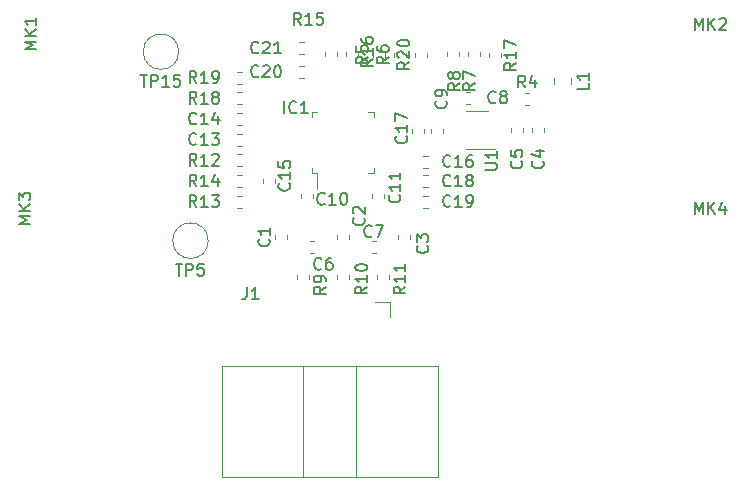
<source format=gto>
G04 #@! TF.GenerationSoftware,KiCad,Pcbnew,(5.1.5-0)*
G04 #@! TF.CreationDate,2020-04-28T13:58:54+02:00*
G04 #@! TF.ProjectId,ecg_ads1292_main,6563675f-6164-4733-9132-39325f6d6169,rev?*
G04 #@! TF.SameCoordinates,Original*
G04 #@! TF.FileFunction,Legend,Top*
G04 #@! TF.FilePolarity,Positive*
%FSLAX46Y46*%
G04 Gerber Fmt 4.6, Leading zero omitted, Abs format (unit mm)*
G04 Created by KiCad (PCBNEW (5.1.5-0)) date 2020-04-28 13:58:54*
%MOMM*%
%LPD*%
G04 APERTURE LIST*
%ADD10C,0.120000*%
%ADD11C,0.150000*%
G04 APERTURE END LIST*
D10*
X237510000Y-103921267D02*
X237510000Y-103578733D01*
X236490000Y-103921267D02*
X236490000Y-103578733D01*
X235760000Y-103921267D02*
X235760000Y-103578733D01*
X234740000Y-103921267D02*
X234740000Y-103578733D01*
X234010000Y-103921267D02*
X234010000Y-103578733D01*
X232990000Y-103921267D02*
X232990000Y-103578733D01*
X245828733Y-108010000D02*
X246171267Y-108010000D01*
X245828733Y-106990000D02*
X246171267Y-106990000D01*
X242740000Y-103578733D02*
X242740000Y-103921267D01*
X243760000Y-103578733D02*
X243760000Y-103921267D01*
X242010000Y-103871267D02*
X242010000Y-103528733D01*
X240990000Y-103871267D02*
X240990000Y-103528733D01*
X239240000Y-103528733D02*
X239240000Y-103871267D01*
X240260000Y-103528733D02*
X240260000Y-103871267D01*
X227040000Y-130130000D02*
X227040000Y-139480000D01*
X220130000Y-130130000D02*
X238450000Y-130130000D01*
X220130000Y-130130000D02*
X220130000Y-139480000D01*
X231540000Y-130130000D02*
X231540000Y-139480000D01*
X238450000Y-130130000D02*
X238450000Y-139480000D01*
X238450000Y-139480000D02*
X220130000Y-139480000D01*
X234370000Y-126000000D02*
X234370000Y-124730000D01*
X234370000Y-124730000D02*
X233100000Y-124730000D01*
X240850000Y-111710000D02*
X243300000Y-111710000D01*
X242650000Y-108490000D02*
X240850000Y-108490000D01*
X216500000Y-103500000D02*
G75*
G03X216500000Y-103500000I-1500000J0D01*
G01*
X219000000Y-119500000D02*
G75*
G03X219000000Y-119500000I-1500000J0D01*
G01*
X221478733Y-106210000D02*
X221821267Y-106210000D01*
X221478733Y-105190000D02*
X221821267Y-105190000D01*
X221821267Y-106940000D02*
X221478733Y-106940000D01*
X221821267Y-107960000D02*
X221478733Y-107960000D01*
X230640000Y-103528733D02*
X230640000Y-103871267D01*
X231660000Y-103528733D02*
X231660000Y-103871267D01*
X228890000Y-103528733D02*
X228890000Y-103871267D01*
X229910000Y-103528733D02*
X229910000Y-103871267D01*
X221478733Y-114960000D02*
X221821267Y-114960000D01*
X221478733Y-113940000D02*
X221821267Y-113940000D01*
X221478733Y-116710000D02*
X221821267Y-116710000D01*
X221478733Y-115690000D02*
X221821267Y-115690000D01*
X221478733Y-113210000D02*
X221821267Y-113210000D01*
X221478733Y-112190000D02*
X221821267Y-112190000D01*
X234310000Y-122771267D02*
X234310000Y-122428733D01*
X233290000Y-122771267D02*
X233290000Y-122428733D01*
X230910000Y-122771267D02*
X230910000Y-122428733D01*
X229890000Y-122771267D02*
X229890000Y-122428733D01*
X227510000Y-122771267D02*
X227510000Y-122428733D01*
X226490000Y-122771267D02*
X226490000Y-122428733D01*
X249710000Y-106261252D02*
X249710000Y-105738748D01*
X248290000Y-106261252D02*
X248290000Y-105738748D01*
X228240000Y-113810000D02*
X228240000Y-115125000D01*
X227790000Y-113810000D02*
X228240000Y-113810000D01*
X227790000Y-113360000D02*
X227790000Y-113810000D01*
X227790000Y-108590000D02*
X228240000Y-108590000D01*
X227790000Y-109040000D02*
X227790000Y-108590000D01*
X233010000Y-113810000D02*
X232560000Y-113810000D01*
X233010000Y-113360000D02*
X233010000Y-113810000D01*
X233010000Y-108590000D02*
X232560000Y-108590000D01*
X233010000Y-109040000D02*
X233010000Y-108590000D01*
X227071267Y-102690000D02*
X226728733Y-102690000D01*
X227071267Y-103710000D02*
X226728733Y-103710000D01*
X227071267Y-104690000D02*
X226728733Y-104690000D01*
X227071267Y-105710000D02*
X226728733Y-105710000D01*
X237228733Y-116710000D02*
X237571267Y-116710000D01*
X237228733Y-115690000D02*
X237571267Y-115690000D01*
X237228733Y-114960000D02*
X237571267Y-114960000D01*
X237228733Y-113940000D02*
X237571267Y-113940000D01*
X237310000Y-110371267D02*
X237310000Y-110028733D01*
X236290000Y-110371267D02*
X236290000Y-110028733D01*
X237228733Y-113310000D02*
X237571267Y-113310000D01*
X237228733Y-112290000D02*
X237571267Y-112290000D01*
X224660000Y-114621267D02*
X224660000Y-114278733D01*
X223640000Y-114621267D02*
X223640000Y-114278733D01*
X221821267Y-108690000D02*
X221478733Y-108690000D01*
X221821267Y-109710000D02*
X221478733Y-109710000D01*
X221478733Y-111460000D02*
X221821267Y-111460000D01*
X221478733Y-110440000D02*
X221821267Y-110440000D01*
X232890000Y-115528733D02*
X232890000Y-115871267D01*
X233910000Y-115528733D02*
X233910000Y-115871267D01*
X227910000Y-115871267D02*
X227910000Y-115528733D01*
X226890000Y-115871267D02*
X226890000Y-115528733D01*
X238910000Y-110371267D02*
X238910000Y-110028733D01*
X237890000Y-110371267D02*
X237890000Y-110028733D01*
X240828733Y-107910000D02*
X241171267Y-107910000D01*
X240828733Y-106890000D02*
X241171267Y-106890000D01*
X232828733Y-120510000D02*
X233171267Y-120510000D01*
X232828733Y-119490000D02*
X233171267Y-119490000D01*
X227628733Y-120510000D02*
X227971267Y-120510000D01*
X227628733Y-119490000D02*
X227971267Y-119490000D01*
X245660000Y-110271267D02*
X245660000Y-109928733D01*
X244640000Y-110271267D02*
X244640000Y-109928733D01*
X247460000Y-110271267D02*
X247460000Y-109928733D01*
X246440000Y-110271267D02*
X246440000Y-109928733D01*
X236110000Y-119371267D02*
X236110000Y-119028733D01*
X235090000Y-119371267D02*
X235090000Y-119028733D01*
X230910000Y-119371267D02*
X230910000Y-119028733D01*
X229890000Y-119371267D02*
X229890000Y-119028733D01*
X225710000Y-119371267D02*
X225710000Y-119028733D01*
X224690000Y-119371267D02*
X224690000Y-119028733D01*
D11*
X236022380Y-104392857D02*
X235546190Y-104726190D01*
X236022380Y-104964285D02*
X235022380Y-104964285D01*
X235022380Y-104583333D01*
X235070000Y-104488095D01*
X235117619Y-104440476D01*
X235212857Y-104392857D01*
X235355714Y-104392857D01*
X235450952Y-104440476D01*
X235498571Y-104488095D01*
X235546190Y-104583333D01*
X235546190Y-104964285D01*
X235117619Y-104011904D02*
X235070000Y-103964285D01*
X235022380Y-103869047D01*
X235022380Y-103630952D01*
X235070000Y-103535714D01*
X235117619Y-103488095D01*
X235212857Y-103440476D01*
X235308095Y-103440476D01*
X235450952Y-103488095D01*
X236022380Y-104059523D01*
X236022380Y-103440476D01*
X235022380Y-102821428D02*
X235022380Y-102726190D01*
X235070000Y-102630952D01*
X235117619Y-102583333D01*
X235212857Y-102535714D01*
X235403333Y-102488095D01*
X235641428Y-102488095D01*
X235831904Y-102535714D01*
X235927142Y-102583333D01*
X235974761Y-102630952D01*
X236022380Y-102726190D01*
X236022380Y-102821428D01*
X235974761Y-102916666D01*
X235927142Y-102964285D01*
X235831904Y-103011904D01*
X235641428Y-103059523D01*
X235403333Y-103059523D01*
X235212857Y-103011904D01*
X235117619Y-102964285D01*
X235070000Y-102916666D01*
X235022380Y-102821428D01*
X234272380Y-103916666D02*
X233796190Y-104250000D01*
X234272380Y-104488095D02*
X233272380Y-104488095D01*
X233272380Y-104107142D01*
X233320000Y-104011904D01*
X233367619Y-103964285D01*
X233462857Y-103916666D01*
X233605714Y-103916666D01*
X233700952Y-103964285D01*
X233748571Y-104011904D01*
X233796190Y-104107142D01*
X233796190Y-104488095D01*
X233272380Y-103059523D02*
X233272380Y-103250000D01*
X233320000Y-103345238D01*
X233367619Y-103392857D01*
X233510476Y-103488095D01*
X233700952Y-103535714D01*
X234081904Y-103535714D01*
X234177142Y-103488095D01*
X234224761Y-103440476D01*
X234272380Y-103345238D01*
X234272380Y-103154761D01*
X234224761Y-103059523D01*
X234177142Y-103011904D01*
X234081904Y-102964285D01*
X233843809Y-102964285D01*
X233748571Y-103011904D01*
X233700952Y-103059523D01*
X233653333Y-103154761D01*
X233653333Y-103345238D01*
X233700952Y-103440476D01*
X233748571Y-103488095D01*
X233843809Y-103535714D01*
X232522380Y-103916666D02*
X232046190Y-104250000D01*
X232522380Y-104488095D02*
X231522380Y-104488095D01*
X231522380Y-104107142D01*
X231570000Y-104011904D01*
X231617619Y-103964285D01*
X231712857Y-103916666D01*
X231855714Y-103916666D01*
X231950952Y-103964285D01*
X231998571Y-104011904D01*
X232046190Y-104107142D01*
X232046190Y-104488095D01*
X231522380Y-103011904D02*
X231522380Y-103488095D01*
X231998571Y-103535714D01*
X231950952Y-103488095D01*
X231903333Y-103392857D01*
X231903333Y-103154761D01*
X231950952Y-103059523D01*
X231998571Y-103011904D01*
X232093809Y-102964285D01*
X232331904Y-102964285D01*
X232427142Y-103011904D01*
X232474761Y-103059523D01*
X232522380Y-103154761D01*
X232522380Y-103392857D01*
X232474761Y-103488095D01*
X232427142Y-103535714D01*
X245833333Y-106522380D02*
X245500000Y-106046190D01*
X245261904Y-106522380D02*
X245261904Y-105522380D01*
X245642857Y-105522380D01*
X245738095Y-105570000D01*
X245785714Y-105617619D01*
X245833333Y-105712857D01*
X245833333Y-105855714D01*
X245785714Y-105950952D01*
X245738095Y-105998571D01*
X245642857Y-106046190D01*
X245261904Y-106046190D01*
X246690476Y-105855714D02*
X246690476Y-106522380D01*
X246452380Y-105474761D02*
X246214285Y-106189047D01*
X246833333Y-106189047D01*
X245052380Y-104442857D02*
X244576190Y-104776190D01*
X245052380Y-105014285D02*
X244052380Y-105014285D01*
X244052380Y-104633333D01*
X244100000Y-104538095D01*
X244147619Y-104490476D01*
X244242857Y-104442857D01*
X244385714Y-104442857D01*
X244480952Y-104490476D01*
X244528571Y-104538095D01*
X244576190Y-104633333D01*
X244576190Y-105014285D01*
X245052380Y-103490476D02*
X245052380Y-104061904D01*
X245052380Y-103776190D02*
X244052380Y-103776190D01*
X244195238Y-103871428D01*
X244290476Y-103966666D01*
X244338095Y-104061904D01*
X244052380Y-103157142D02*
X244052380Y-102490476D01*
X245052380Y-102919047D01*
X241552380Y-106166666D02*
X241076190Y-106500000D01*
X241552380Y-106738095D02*
X240552380Y-106738095D01*
X240552380Y-106357142D01*
X240600000Y-106261904D01*
X240647619Y-106214285D01*
X240742857Y-106166666D01*
X240885714Y-106166666D01*
X240980952Y-106214285D01*
X241028571Y-106261904D01*
X241076190Y-106357142D01*
X241076190Y-106738095D01*
X240552380Y-105833333D02*
X240552380Y-105166666D01*
X241552380Y-105595238D01*
X240302380Y-106166666D02*
X239826190Y-106500000D01*
X240302380Y-106738095D02*
X239302380Y-106738095D01*
X239302380Y-106357142D01*
X239350000Y-106261904D01*
X239397619Y-106214285D01*
X239492857Y-106166666D01*
X239635714Y-106166666D01*
X239730952Y-106214285D01*
X239778571Y-106261904D01*
X239826190Y-106357142D01*
X239826190Y-106738095D01*
X239730952Y-105595238D02*
X239683333Y-105690476D01*
X239635714Y-105738095D01*
X239540476Y-105785714D01*
X239492857Y-105785714D01*
X239397619Y-105738095D01*
X239350000Y-105690476D01*
X239302380Y-105595238D01*
X239302380Y-105404761D01*
X239350000Y-105309523D01*
X239397619Y-105261904D01*
X239492857Y-105214285D01*
X239540476Y-105214285D01*
X239635714Y-105261904D01*
X239683333Y-105309523D01*
X239730952Y-105404761D01*
X239730952Y-105595238D01*
X239778571Y-105690476D01*
X239826190Y-105738095D01*
X239921428Y-105785714D01*
X240111904Y-105785714D01*
X240207142Y-105738095D01*
X240254761Y-105690476D01*
X240302380Y-105595238D01*
X240302380Y-105404761D01*
X240254761Y-105309523D01*
X240207142Y-105261904D01*
X240111904Y-105214285D01*
X239921428Y-105214285D01*
X239826190Y-105261904D01*
X239778571Y-105309523D01*
X239730952Y-105404761D01*
X222266666Y-123452380D02*
X222266666Y-124166666D01*
X222219047Y-124309523D01*
X222123809Y-124404761D01*
X221980952Y-124452380D01*
X221885714Y-124452380D01*
X223266666Y-124452380D02*
X222695238Y-124452380D01*
X222980952Y-124452380D02*
X222980952Y-123452380D01*
X222885714Y-123595238D01*
X222790476Y-123690476D01*
X222695238Y-123738095D01*
X242452380Y-113511904D02*
X243261904Y-113511904D01*
X243357142Y-113464285D01*
X243404761Y-113416666D01*
X243452380Y-113321428D01*
X243452380Y-113130952D01*
X243404761Y-113035714D01*
X243357142Y-112988095D01*
X243261904Y-112940476D01*
X242452380Y-112940476D01*
X243452380Y-111940476D02*
X243452380Y-112511904D01*
X243452380Y-112226190D02*
X242452380Y-112226190D01*
X242595238Y-112321428D01*
X242690476Y-112416666D01*
X242738095Y-112511904D01*
X213261904Y-105452380D02*
X213833333Y-105452380D01*
X213547619Y-106452380D02*
X213547619Y-105452380D01*
X214166666Y-106452380D02*
X214166666Y-105452380D01*
X214547619Y-105452380D01*
X214642857Y-105500000D01*
X214690476Y-105547619D01*
X214738095Y-105642857D01*
X214738095Y-105785714D01*
X214690476Y-105880952D01*
X214642857Y-105928571D01*
X214547619Y-105976190D01*
X214166666Y-105976190D01*
X215690476Y-106452380D02*
X215119047Y-106452380D01*
X215404761Y-106452380D02*
X215404761Y-105452380D01*
X215309523Y-105595238D01*
X215214285Y-105690476D01*
X215119047Y-105738095D01*
X216595238Y-105452380D02*
X216119047Y-105452380D01*
X216071428Y-105928571D01*
X216119047Y-105880952D01*
X216214285Y-105833333D01*
X216452380Y-105833333D01*
X216547619Y-105880952D01*
X216595238Y-105928571D01*
X216642857Y-106023809D01*
X216642857Y-106261904D01*
X216595238Y-106357142D01*
X216547619Y-106404761D01*
X216452380Y-106452380D01*
X216214285Y-106452380D01*
X216119047Y-106404761D01*
X216071428Y-106357142D01*
X216238095Y-121452380D02*
X216809523Y-121452380D01*
X216523809Y-122452380D02*
X216523809Y-121452380D01*
X217142857Y-122452380D02*
X217142857Y-121452380D01*
X217523809Y-121452380D01*
X217619047Y-121500000D01*
X217666666Y-121547619D01*
X217714285Y-121642857D01*
X217714285Y-121785714D01*
X217666666Y-121880952D01*
X217619047Y-121928571D01*
X217523809Y-121976190D01*
X217142857Y-121976190D01*
X218619047Y-121452380D02*
X218142857Y-121452380D01*
X218095238Y-121928571D01*
X218142857Y-121880952D01*
X218238095Y-121833333D01*
X218476190Y-121833333D01*
X218571428Y-121880952D01*
X218619047Y-121928571D01*
X218666666Y-122023809D01*
X218666666Y-122261904D01*
X218619047Y-122357142D01*
X218571428Y-122404761D01*
X218476190Y-122452380D01*
X218238095Y-122452380D01*
X218142857Y-122404761D01*
X218095238Y-122357142D01*
X218007142Y-106152380D02*
X217673809Y-105676190D01*
X217435714Y-106152380D02*
X217435714Y-105152380D01*
X217816666Y-105152380D01*
X217911904Y-105200000D01*
X217959523Y-105247619D01*
X218007142Y-105342857D01*
X218007142Y-105485714D01*
X217959523Y-105580952D01*
X217911904Y-105628571D01*
X217816666Y-105676190D01*
X217435714Y-105676190D01*
X218959523Y-106152380D02*
X218388095Y-106152380D01*
X218673809Y-106152380D02*
X218673809Y-105152380D01*
X218578571Y-105295238D01*
X218483333Y-105390476D01*
X218388095Y-105438095D01*
X219435714Y-106152380D02*
X219626190Y-106152380D01*
X219721428Y-106104761D01*
X219769047Y-106057142D01*
X219864285Y-105914285D01*
X219911904Y-105723809D01*
X219911904Y-105342857D01*
X219864285Y-105247619D01*
X219816666Y-105200000D01*
X219721428Y-105152380D01*
X219530952Y-105152380D01*
X219435714Y-105200000D01*
X219388095Y-105247619D01*
X219340476Y-105342857D01*
X219340476Y-105580952D01*
X219388095Y-105676190D01*
X219435714Y-105723809D01*
X219530952Y-105771428D01*
X219721428Y-105771428D01*
X219816666Y-105723809D01*
X219864285Y-105676190D01*
X219911904Y-105580952D01*
X218007142Y-107902380D02*
X217673809Y-107426190D01*
X217435714Y-107902380D02*
X217435714Y-106902380D01*
X217816666Y-106902380D01*
X217911904Y-106950000D01*
X217959523Y-106997619D01*
X218007142Y-107092857D01*
X218007142Y-107235714D01*
X217959523Y-107330952D01*
X217911904Y-107378571D01*
X217816666Y-107426190D01*
X217435714Y-107426190D01*
X218959523Y-107902380D02*
X218388095Y-107902380D01*
X218673809Y-107902380D02*
X218673809Y-106902380D01*
X218578571Y-107045238D01*
X218483333Y-107140476D01*
X218388095Y-107188095D01*
X219530952Y-107330952D02*
X219435714Y-107283333D01*
X219388095Y-107235714D01*
X219340476Y-107140476D01*
X219340476Y-107092857D01*
X219388095Y-106997619D01*
X219435714Y-106950000D01*
X219530952Y-106902380D01*
X219721428Y-106902380D01*
X219816666Y-106950000D01*
X219864285Y-106997619D01*
X219911904Y-107092857D01*
X219911904Y-107140476D01*
X219864285Y-107235714D01*
X219816666Y-107283333D01*
X219721428Y-107330952D01*
X219530952Y-107330952D01*
X219435714Y-107378571D01*
X219388095Y-107426190D01*
X219340476Y-107521428D01*
X219340476Y-107711904D01*
X219388095Y-107807142D01*
X219435714Y-107854761D01*
X219530952Y-107902380D01*
X219721428Y-107902380D01*
X219816666Y-107854761D01*
X219864285Y-107807142D01*
X219911904Y-107711904D01*
X219911904Y-107521428D01*
X219864285Y-107426190D01*
X219816666Y-107378571D01*
X219721428Y-107330952D01*
X232952380Y-104142857D02*
X232476190Y-104476190D01*
X232952380Y-104714285D02*
X231952380Y-104714285D01*
X231952380Y-104333333D01*
X232000000Y-104238095D01*
X232047619Y-104190476D01*
X232142857Y-104142857D01*
X232285714Y-104142857D01*
X232380952Y-104190476D01*
X232428571Y-104238095D01*
X232476190Y-104333333D01*
X232476190Y-104714285D01*
X232952380Y-103190476D02*
X232952380Y-103761904D01*
X232952380Y-103476190D02*
X231952380Y-103476190D01*
X232095238Y-103571428D01*
X232190476Y-103666666D01*
X232238095Y-103761904D01*
X231952380Y-102333333D02*
X231952380Y-102523809D01*
X232000000Y-102619047D01*
X232047619Y-102666666D01*
X232190476Y-102761904D01*
X232380952Y-102809523D01*
X232761904Y-102809523D01*
X232857142Y-102761904D01*
X232904761Y-102714285D01*
X232952380Y-102619047D01*
X232952380Y-102428571D01*
X232904761Y-102333333D01*
X232857142Y-102285714D01*
X232761904Y-102238095D01*
X232523809Y-102238095D01*
X232428571Y-102285714D01*
X232380952Y-102333333D01*
X232333333Y-102428571D01*
X232333333Y-102619047D01*
X232380952Y-102714285D01*
X232428571Y-102761904D01*
X232523809Y-102809523D01*
X226857142Y-101202380D02*
X226523809Y-100726190D01*
X226285714Y-101202380D02*
X226285714Y-100202380D01*
X226666666Y-100202380D01*
X226761904Y-100250000D01*
X226809523Y-100297619D01*
X226857142Y-100392857D01*
X226857142Y-100535714D01*
X226809523Y-100630952D01*
X226761904Y-100678571D01*
X226666666Y-100726190D01*
X226285714Y-100726190D01*
X227809523Y-101202380D02*
X227238095Y-101202380D01*
X227523809Y-101202380D02*
X227523809Y-100202380D01*
X227428571Y-100345238D01*
X227333333Y-100440476D01*
X227238095Y-100488095D01*
X228714285Y-100202380D02*
X228238095Y-100202380D01*
X228190476Y-100678571D01*
X228238095Y-100630952D01*
X228333333Y-100583333D01*
X228571428Y-100583333D01*
X228666666Y-100630952D01*
X228714285Y-100678571D01*
X228761904Y-100773809D01*
X228761904Y-101011904D01*
X228714285Y-101107142D01*
X228666666Y-101154761D01*
X228571428Y-101202380D01*
X228333333Y-101202380D01*
X228238095Y-101154761D01*
X228190476Y-101107142D01*
X218007142Y-114902380D02*
X217673809Y-114426190D01*
X217435714Y-114902380D02*
X217435714Y-113902380D01*
X217816666Y-113902380D01*
X217911904Y-113950000D01*
X217959523Y-113997619D01*
X218007142Y-114092857D01*
X218007142Y-114235714D01*
X217959523Y-114330952D01*
X217911904Y-114378571D01*
X217816666Y-114426190D01*
X217435714Y-114426190D01*
X218959523Y-114902380D02*
X218388095Y-114902380D01*
X218673809Y-114902380D02*
X218673809Y-113902380D01*
X218578571Y-114045238D01*
X218483333Y-114140476D01*
X218388095Y-114188095D01*
X219816666Y-114235714D02*
X219816666Y-114902380D01*
X219578571Y-113854761D02*
X219340476Y-114569047D01*
X219959523Y-114569047D01*
X218007142Y-116652380D02*
X217673809Y-116176190D01*
X217435714Y-116652380D02*
X217435714Y-115652380D01*
X217816666Y-115652380D01*
X217911904Y-115700000D01*
X217959523Y-115747619D01*
X218007142Y-115842857D01*
X218007142Y-115985714D01*
X217959523Y-116080952D01*
X217911904Y-116128571D01*
X217816666Y-116176190D01*
X217435714Y-116176190D01*
X218959523Y-116652380D02*
X218388095Y-116652380D01*
X218673809Y-116652380D02*
X218673809Y-115652380D01*
X218578571Y-115795238D01*
X218483333Y-115890476D01*
X218388095Y-115938095D01*
X219292857Y-115652380D02*
X219911904Y-115652380D01*
X219578571Y-116033333D01*
X219721428Y-116033333D01*
X219816666Y-116080952D01*
X219864285Y-116128571D01*
X219911904Y-116223809D01*
X219911904Y-116461904D01*
X219864285Y-116557142D01*
X219816666Y-116604761D01*
X219721428Y-116652380D01*
X219435714Y-116652380D01*
X219340476Y-116604761D01*
X219292857Y-116557142D01*
X218007142Y-113152380D02*
X217673809Y-112676190D01*
X217435714Y-113152380D02*
X217435714Y-112152380D01*
X217816666Y-112152380D01*
X217911904Y-112200000D01*
X217959523Y-112247619D01*
X218007142Y-112342857D01*
X218007142Y-112485714D01*
X217959523Y-112580952D01*
X217911904Y-112628571D01*
X217816666Y-112676190D01*
X217435714Y-112676190D01*
X218959523Y-113152380D02*
X218388095Y-113152380D01*
X218673809Y-113152380D02*
X218673809Y-112152380D01*
X218578571Y-112295238D01*
X218483333Y-112390476D01*
X218388095Y-112438095D01*
X219340476Y-112247619D02*
X219388095Y-112200000D01*
X219483333Y-112152380D01*
X219721428Y-112152380D01*
X219816666Y-112200000D01*
X219864285Y-112247619D01*
X219911904Y-112342857D01*
X219911904Y-112438095D01*
X219864285Y-112580952D01*
X219292857Y-113152380D01*
X219911904Y-113152380D01*
X235702380Y-123392857D02*
X235226190Y-123726190D01*
X235702380Y-123964285D02*
X234702380Y-123964285D01*
X234702380Y-123583333D01*
X234750000Y-123488095D01*
X234797619Y-123440476D01*
X234892857Y-123392857D01*
X235035714Y-123392857D01*
X235130952Y-123440476D01*
X235178571Y-123488095D01*
X235226190Y-123583333D01*
X235226190Y-123964285D01*
X235702380Y-122440476D02*
X235702380Y-123011904D01*
X235702380Y-122726190D02*
X234702380Y-122726190D01*
X234845238Y-122821428D01*
X234940476Y-122916666D01*
X234988095Y-123011904D01*
X235702380Y-121488095D02*
X235702380Y-122059523D01*
X235702380Y-121773809D02*
X234702380Y-121773809D01*
X234845238Y-121869047D01*
X234940476Y-121964285D01*
X234988095Y-122059523D01*
X232452380Y-123392857D02*
X231976190Y-123726190D01*
X232452380Y-123964285D02*
X231452380Y-123964285D01*
X231452380Y-123583333D01*
X231500000Y-123488095D01*
X231547619Y-123440476D01*
X231642857Y-123392857D01*
X231785714Y-123392857D01*
X231880952Y-123440476D01*
X231928571Y-123488095D01*
X231976190Y-123583333D01*
X231976190Y-123964285D01*
X232452380Y-122440476D02*
X232452380Y-123011904D01*
X232452380Y-122726190D02*
X231452380Y-122726190D01*
X231595238Y-122821428D01*
X231690476Y-122916666D01*
X231738095Y-123011904D01*
X231452380Y-121821428D02*
X231452380Y-121726190D01*
X231500000Y-121630952D01*
X231547619Y-121583333D01*
X231642857Y-121535714D01*
X231833333Y-121488095D01*
X232071428Y-121488095D01*
X232261904Y-121535714D01*
X232357142Y-121583333D01*
X232404761Y-121630952D01*
X232452380Y-121726190D01*
X232452380Y-121821428D01*
X232404761Y-121916666D01*
X232357142Y-121964285D01*
X232261904Y-122011904D01*
X232071428Y-122059523D01*
X231833333Y-122059523D01*
X231642857Y-122011904D01*
X231547619Y-121964285D01*
X231500000Y-121916666D01*
X231452380Y-121821428D01*
X228952380Y-123416666D02*
X228476190Y-123750000D01*
X228952380Y-123988095D02*
X227952380Y-123988095D01*
X227952380Y-123607142D01*
X228000000Y-123511904D01*
X228047619Y-123464285D01*
X228142857Y-123416666D01*
X228285714Y-123416666D01*
X228380952Y-123464285D01*
X228428571Y-123511904D01*
X228476190Y-123607142D01*
X228476190Y-123988095D01*
X228952380Y-122940476D02*
X228952380Y-122750000D01*
X228904761Y-122654761D01*
X228857142Y-122607142D01*
X228714285Y-122511904D01*
X228523809Y-122464285D01*
X228142857Y-122464285D01*
X228047619Y-122511904D01*
X228000000Y-122559523D01*
X227952380Y-122654761D01*
X227952380Y-122845238D01*
X228000000Y-122940476D01*
X228047619Y-122988095D01*
X228142857Y-123035714D01*
X228380952Y-123035714D01*
X228476190Y-122988095D01*
X228523809Y-122940476D01*
X228571428Y-122845238D01*
X228571428Y-122654761D01*
X228523809Y-122559523D01*
X228476190Y-122511904D01*
X228380952Y-122464285D01*
X251202380Y-106166666D02*
X251202380Y-106642857D01*
X250202380Y-106642857D01*
X251202380Y-105309523D02*
X251202380Y-105880952D01*
X251202380Y-105595238D02*
X250202380Y-105595238D01*
X250345238Y-105690476D01*
X250440476Y-105785714D01*
X250488095Y-105880952D01*
X225423809Y-108702380D02*
X225423809Y-107702380D01*
X226471428Y-108607142D02*
X226423809Y-108654761D01*
X226280952Y-108702380D01*
X226185714Y-108702380D01*
X226042857Y-108654761D01*
X225947619Y-108559523D01*
X225900000Y-108464285D01*
X225852380Y-108273809D01*
X225852380Y-108130952D01*
X225900000Y-107940476D01*
X225947619Y-107845238D01*
X226042857Y-107750000D01*
X226185714Y-107702380D01*
X226280952Y-107702380D01*
X226423809Y-107750000D01*
X226471428Y-107797619D01*
X227423809Y-108702380D02*
X226852380Y-108702380D01*
X227138095Y-108702380D02*
X227138095Y-107702380D01*
X227042857Y-107845238D01*
X226947619Y-107940476D01*
X226852380Y-107988095D01*
X223257142Y-103557142D02*
X223209523Y-103604761D01*
X223066666Y-103652380D01*
X222971428Y-103652380D01*
X222828571Y-103604761D01*
X222733333Y-103509523D01*
X222685714Y-103414285D01*
X222638095Y-103223809D01*
X222638095Y-103080952D01*
X222685714Y-102890476D01*
X222733333Y-102795238D01*
X222828571Y-102700000D01*
X222971428Y-102652380D01*
X223066666Y-102652380D01*
X223209523Y-102700000D01*
X223257142Y-102747619D01*
X223638095Y-102747619D02*
X223685714Y-102700000D01*
X223780952Y-102652380D01*
X224019047Y-102652380D01*
X224114285Y-102700000D01*
X224161904Y-102747619D01*
X224209523Y-102842857D01*
X224209523Y-102938095D01*
X224161904Y-103080952D01*
X223590476Y-103652380D01*
X224209523Y-103652380D01*
X225161904Y-103652380D02*
X224590476Y-103652380D01*
X224876190Y-103652380D02*
X224876190Y-102652380D01*
X224780952Y-102795238D01*
X224685714Y-102890476D01*
X224590476Y-102938095D01*
X223257142Y-105557142D02*
X223209523Y-105604761D01*
X223066666Y-105652380D01*
X222971428Y-105652380D01*
X222828571Y-105604761D01*
X222733333Y-105509523D01*
X222685714Y-105414285D01*
X222638095Y-105223809D01*
X222638095Y-105080952D01*
X222685714Y-104890476D01*
X222733333Y-104795238D01*
X222828571Y-104700000D01*
X222971428Y-104652380D01*
X223066666Y-104652380D01*
X223209523Y-104700000D01*
X223257142Y-104747619D01*
X223638095Y-104747619D02*
X223685714Y-104700000D01*
X223780952Y-104652380D01*
X224019047Y-104652380D01*
X224114285Y-104700000D01*
X224161904Y-104747619D01*
X224209523Y-104842857D01*
X224209523Y-104938095D01*
X224161904Y-105080952D01*
X223590476Y-105652380D01*
X224209523Y-105652380D01*
X224828571Y-104652380D02*
X224923809Y-104652380D01*
X225019047Y-104700000D01*
X225066666Y-104747619D01*
X225114285Y-104842857D01*
X225161904Y-105033333D01*
X225161904Y-105271428D01*
X225114285Y-105461904D01*
X225066666Y-105557142D01*
X225019047Y-105604761D01*
X224923809Y-105652380D01*
X224828571Y-105652380D01*
X224733333Y-105604761D01*
X224685714Y-105557142D01*
X224638095Y-105461904D01*
X224590476Y-105271428D01*
X224590476Y-105033333D01*
X224638095Y-104842857D01*
X224685714Y-104747619D01*
X224733333Y-104700000D01*
X224828571Y-104652380D01*
X239507142Y-116557142D02*
X239459523Y-116604761D01*
X239316666Y-116652380D01*
X239221428Y-116652380D01*
X239078571Y-116604761D01*
X238983333Y-116509523D01*
X238935714Y-116414285D01*
X238888095Y-116223809D01*
X238888095Y-116080952D01*
X238935714Y-115890476D01*
X238983333Y-115795238D01*
X239078571Y-115700000D01*
X239221428Y-115652380D01*
X239316666Y-115652380D01*
X239459523Y-115700000D01*
X239507142Y-115747619D01*
X240459523Y-116652380D02*
X239888095Y-116652380D01*
X240173809Y-116652380D02*
X240173809Y-115652380D01*
X240078571Y-115795238D01*
X239983333Y-115890476D01*
X239888095Y-115938095D01*
X240935714Y-116652380D02*
X241126190Y-116652380D01*
X241221428Y-116604761D01*
X241269047Y-116557142D01*
X241364285Y-116414285D01*
X241411904Y-116223809D01*
X241411904Y-115842857D01*
X241364285Y-115747619D01*
X241316666Y-115700000D01*
X241221428Y-115652380D01*
X241030952Y-115652380D01*
X240935714Y-115700000D01*
X240888095Y-115747619D01*
X240840476Y-115842857D01*
X240840476Y-116080952D01*
X240888095Y-116176190D01*
X240935714Y-116223809D01*
X241030952Y-116271428D01*
X241221428Y-116271428D01*
X241316666Y-116223809D01*
X241364285Y-116176190D01*
X241411904Y-116080952D01*
X239507142Y-114807142D02*
X239459523Y-114854761D01*
X239316666Y-114902380D01*
X239221428Y-114902380D01*
X239078571Y-114854761D01*
X238983333Y-114759523D01*
X238935714Y-114664285D01*
X238888095Y-114473809D01*
X238888095Y-114330952D01*
X238935714Y-114140476D01*
X238983333Y-114045238D01*
X239078571Y-113950000D01*
X239221428Y-113902380D01*
X239316666Y-113902380D01*
X239459523Y-113950000D01*
X239507142Y-113997619D01*
X240459523Y-114902380D02*
X239888095Y-114902380D01*
X240173809Y-114902380D02*
X240173809Y-113902380D01*
X240078571Y-114045238D01*
X239983333Y-114140476D01*
X239888095Y-114188095D01*
X241030952Y-114330952D02*
X240935714Y-114283333D01*
X240888095Y-114235714D01*
X240840476Y-114140476D01*
X240840476Y-114092857D01*
X240888095Y-113997619D01*
X240935714Y-113950000D01*
X241030952Y-113902380D01*
X241221428Y-113902380D01*
X241316666Y-113950000D01*
X241364285Y-113997619D01*
X241411904Y-114092857D01*
X241411904Y-114140476D01*
X241364285Y-114235714D01*
X241316666Y-114283333D01*
X241221428Y-114330952D01*
X241030952Y-114330952D01*
X240935714Y-114378571D01*
X240888095Y-114426190D01*
X240840476Y-114521428D01*
X240840476Y-114711904D01*
X240888095Y-114807142D01*
X240935714Y-114854761D01*
X241030952Y-114902380D01*
X241221428Y-114902380D01*
X241316666Y-114854761D01*
X241364285Y-114807142D01*
X241411904Y-114711904D01*
X241411904Y-114521428D01*
X241364285Y-114426190D01*
X241316666Y-114378571D01*
X241221428Y-114330952D01*
X235757142Y-110642857D02*
X235804761Y-110690476D01*
X235852380Y-110833333D01*
X235852380Y-110928571D01*
X235804761Y-111071428D01*
X235709523Y-111166666D01*
X235614285Y-111214285D01*
X235423809Y-111261904D01*
X235280952Y-111261904D01*
X235090476Y-111214285D01*
X234995238Y-111166666D01*
X234900000Y-111071428D01*
X234852380Y-110928571D01*
X234852380Y-110833333D01*
X234900000Y-110690476D01*
X234947619Y-110642857D01*
X235852380Y-109690476D02*
X235852380Y-110261904D01*
X235852380Y-109976190D02*
X234852380Y-109976190D01*
X234995238Y-110071428D01*
X235090476Y-110166666D01*
X235138095Y-110261904D01*
X234852380Y-109357142D02*
X234852380Y-108690476D01*
X235852380Y-109119047D01*
X239507142Y-113157142D02*
X239459523Y-113204761D01*
X239316666Y-113252380D01*
X239221428Y-113252380D01*
X239078571Y-113204761D01*
X238983333Y-113109523D01*
X238935714Y-113014285D01*
X238888095Y-112823809D01*
X238888095Y-112680952D01*
X238935714Y-112490476D01*
X238983333Y-112395238D01*
X239078571Y-112300000D01*
X239221428Y-112252380D01*
X239316666Y-112252380D01*
X239459523Y-112300000D01*
X239507142Y-112347619D01*
X240459523Y-113252380D02*
X239888095Y-113252380D01*
X240173809Y-113252380D02*
X240173809Y-112252380D01*
X240078571Y-112395238D01*
X239983333Y-112490476D01*
X239888095Y-112538095D01*
X241316666Y-112252380D02*
X241126190Y-112252380D01*
X241030952Y-112300000D01*
X240983333Y-112347619D01*
X240888095Y-112490476D01*
X240840476Y-112680952D01*
X240840476Y-113061904D01*
X240888095Y-113157142D01*
X240935714Y-113204761D01*
X241030952Y-113252380D01*
X241221428Y-113252380D01*
X241316666Y-113204761D01*
X241364285Y-113157142D01*
X241411904Y-113061904D01*
X241411904Y-112823809D01*
X241364285Y-112728571D01*
X241316666Y-112680952D01*
X241221428Y-112633333D01*
X241030952Y-112633333D01*
X240935714Y-112680952D01*
X240888095Y-112728571D01*
X240840476Y-112823809D01*
X225857142Y-114642857D02*
X225904761Y-114690476D01*
X225952380Y-114833333D01*
X225952380Y-114928571D01*
X225904761Y-115071428D01*
X225809523Y-115166666D01*
X225714285Y-115214285D01*
X225523809Y-115261904D01*
X225380952Y-115261904D01*
X225190476Y-115214285D01*
X225095238Y-115166666D01*
X225000000Y-115071428D01*
X224952380Y-114928571D01*
X224952380Y-114833333D01*
X225000000Y-114690476D01*
X225047619Y-114642857D01*
X225952380Y-113690476D02*
X225952380Y-114261904D01*
X225952380Y-113976190D02*
X224952380Y-113976190D01*
X225095238Y-114071428D01*
X225190476Y-114166666D01*
X225238095Y-114261904D01*
X224952380Y-112785714D02*
X224952380Y-113261904D01*
X225428571Y-113309523D01*
X225380952Y-113261904D01*
X225333333Y-113166666D01*
X225333333Y-112928571D01*
X225380952Y-112833333D01*
X225428571Y-112785714D01*
X225523809Y-112738095D01*
X225761904Y-112738095D01*
X225857142Y-112785714D01*
X225904761Y-112833333D01*
X225952380Y-112928571D01*
X225952380Y-113166666D01*
X225904761Y-113261904D01*
X225857142Y-113309523D01*
X218007142Y-109557142D02*
X217959523Y-109604761D01*
X217816666Y-109652380D01*
X217721428Y-109652380D01*
X217578571Y-109604761D01*
X217483333Y-109509523D01*
X217435714Y-109414285D01*
X217388095Y-109223809D01*
X217388095Y-109080952D01*
X217435714Y-108890476D01*
X217483333Y-108795238D01*
X217578571Y-108700000D01*
X217721428Y-108652380D01*
X217816666Y-108652380D01*
X217959523Y-108700000D01*
X218007142Y-108747619D01*
X218959523Y-109652380D02*
X218388095Y-109652380D01*
X218673809Y-109652380D02*
X218673809Y-108652380D01*
X218578571Y-108795238D01*
X218483333Y-108890476D01*
X218388095Y-108938095D01*
X219816666Y-108985714D02*
X219816666Y-109652380D01*
X219578571Y-108604761D02*
X219340476Y-109319047D01*
X219959523Y-109319047D01*
X218007142Y-111307142D02*
X217959523Y-111354761D01*
X217816666Y-111402380D01*
X217721428Y-111402380D01*
X217578571Y-111354761D01*
X217483333Y-111259523D01*
X217435714Y-111164285D01*
X217388095Y-110973809D01*
X217388095Y-110830952D01*
X217435714Y-110640476D01*
X217483333Y-110545238D01*
X217578571Y-110450000D01*
X217721428Y-110402380D01*
X217816666Y-110402380D01*
X217959523Y-110450000D01*
X218007142Y-110497619D01*
X218959523Y-111402380D02*
X218388095Y-111402380D01*
X218673809Y-111402380D02*
X218673809Y-110402380D01*
X218578571Y-110545238D01*
X218483333Y-110640476D01*
X218388095Y-110688095D01*
X219292857Y-110402380D02*
X219911904Y-110402380D01*
X219578571Y-110783333D01*
X219721428Y-110783333D01*
X219816666Y-110830952D01*
X219864285Y-110878571D01*
X219911904Y-110973809D01*
X219911904Y-111211904D01*
X219864285Y-111307142D01*
X219816666Y-111354761D01*
X219721428Y-111402380D01*
X219435714Y-111402380D01*
X219340476Y-111354761D01*
X219292857Y-111307142D01*
X235187142Y-115642857D02*
X235234761Y-115690476D01*
X235282380Y-115833333D01*
X235282380Y-115928571D01*
X235234761Y-116071428D01*
X235139523Y-116166666D01*
X235044285Y-116214285D01*
X234853809Y-116261904D01*
X234710952Y-116261904D01*
X234520476Y-116214285D01*
X234425238Y-116166666D01*
X234330000Y-116071428D01*
X234282380Y-115928571D01*
X234282380Y-115833333D01*
X234330000Y-115690476D01*
X234377619Y-115642857D01*
X235282380Y-114690476D02*
X235282380Y-115261904D01*
X235282380Y-114976190D02*
X234282380Y-114976190D01*
X234425238Y-115071428D01*
X234520476Y-115166666D01*
X234568095Y-115261904D01*
X235282380Y-113738095D02*
X235282380Y-114309523D01*
X235282380Y-114023809D02*
X234282380Y-114023809D01*
X234425238Y-114119047D01*
X234520476Y-114214285D01*
X234568095Y-114309523D01*
X228857142Y-116357142D02*
X228809523Y-116404761D01*
X228666666Y-116452380D01*
X228571428Y-116452380D01*
X228428571Y-116404761D01*
X228333333Y-116309523D01*
X228285714Y-116214285D01*
X228238095Y-116023809D01*
X228238095Y-115880952D01*
X228285714Y-115690476D01*
X228333333Y-115595238D01*
X228428571Y-115500000D01*
X228571428Y-115452380D01*
X228666666Y-115452380D01*
X228809523Y-115500000D01*
X228857142Y-115547619D01*
X229809523Y-116452380D02*
X229238095Y-116452380D01*
X229523809Y-116452380D02*
X229523809Y-115452380D01*
X229428571Y-115595238D01*
X229333333Y-115690476D01*
X229238095Y-115738095D01*
X230428571Y-115452380D02*
X230523809Y-115452380D01*
X230619047Y-115500000D01*
X230666666Y-115547619D01*
X230714285Y-115642857D01*
X230761904Y-115833333D01*
X230761904Y-116071428D01*
X230714285Y-116261904D01*
X230666666Y-116357142D01*
X230619047Y-116404761D01*
X230523809Y-116452380D01*
X230428571Y-116452380D01*
X230333333Y-116404761D01*
X230285714Y-116357142D01*
X230238095Y-116261904D01*
X230190476Y-116071428D01*
X230190476Y-115833333D01*
X230238095Y-115642857D01*
X230285714Y-115547619D01*
X230333333Y-115500000D01*
X230428571Y-115452380D01*
X239107142Y-107666666D02*
X239154761Y-107714285D01*
X239202380Y-107857142D01*
X239202380Y-107952380D01*
X239154761Y-108095238D01*
X239059523Y-108190476D01*
X238964285Y-108238095D01*
X238773809Y-108285714D01*
X238630952Y-108285714D01*
X238440476Y-108238095D01*
X238345238Y-108190476D01*
X238250000Y-108095238D01*
X238202380Y-107952380D01*
X238202380Y-107857142D01*
X238250000Y-107714285D01*
X238297619Y-107666666D01*
X239202380Y-107190476D02*
X239202380Y-107000000D01*
X239154761Y-106904761D01*
X239107142Y-106857142D01*
X238964285Y-106761904D01*
X238773809Y-106714285D01*
X238392857Y-106714285D01*
X238297619Y-106761904D01*
X238250000Y-106809523D01*
X238202380Y-106904761D01*
X238202380Y-107095238D01*
X238250000Y-107190476D01*
X238297619Y-107238095D01*
X238392857Y-107285714D01*
X238630952Y-107285714D01*
X238726190Y-107238095D01*
X238773809Y-107190476D01*
X238821428Y-107095238D01*
X238821428Y-106904761D01*
X238773809Y-106809523D01*
X238726190Y-106761904D01*
X238630952Y-106714285D01*
X243333333Y-107757142D02*
X243285714Y-107804761D01*
X243142857Y-107852380D01*
X243047619Y-107852380D01*
X242904761Y-107804761D01*
X242809523Y-107709523D01*
X242761904Y-107614285D01*
X242714285Y-107423809D01*
X242714285Y-107280952D01*
X242761904Y-107090476D01*
X242809523Y-106995238D01*
X242904761Y-106900000D01*
X243047619Y-106852380D01*
X243142857Y-106852380D01*
X243285714Y-106900000D01*
X243333333Y-106947619D01*
X243904761Y-107280952D02*
X243809523Y-107233333D01*
X243761904Y-107185714D01*
X243714285Y-107090476D01*
X243714285Y-107042857D01*
X243761904Y-106947619D01*
X243809523Y-106900000D01*
X243904761Y-106852380D01*
X244095238Y-106852380D01*
X244190476Y-106900000D01*
X244238095Y-106947619D01*
X244285714Y-107042857D01*
X244285714Y-107090476D01*
X244238095Y-107185714D01*
X244190476Y-107233333D01*
X244095238Y-107280952D01*
X243904761Y-107280952D01*
X243809523Y-107328571D01*
X243761904Y-107376190D01*
X243714285Y-107471428D01*
X243714285Y-107661904D01*
X243761904Y-107757142D01*
X243809523Y-107804761D01*
X243904761Y-107852380D01*
X244095238Y-107852380D01*
X244190476Y-107804761D01*
X244238095Y-107757142D01*
X244285714Y-107661904D01*
X244285714Y-107471428D01*
X244238095Y-107376190D01*
X244190476Y-107328571D01*
X244095238Y-107280952D01*
X232833333Y-119107142D02*
X232785714Y-119154761D01*
X232642857Y-119202380D01*
X232547619Y-119202380D01*
X232404761Y-119154761D01*
X232309523Y-119059523D01*
X232261904Y-118964285D01*
X232214285Y-118773809D01*
X232214285Y-118630952D01*
X232261904Y-118440476D01*
X232309523Y-118345238D01*
X232404761Y-118250000D01*
X232547619Y-118202380D01*
X232642857Y-118202380D01*
X232785714Y-118250000D01*
X232833333Y-118297619D01*
X233166666Y-118202380D02*
X233833333Y-118202380D01*
X233404761Y-119202380D01*
X228583333Y-121857142D02*
X228535714Y-121904761D01*
X228392857Y-121952380D01*
X228297619Y-121952380D01*
X228154761Y-121904761D01*
X228059523Y-121809523D01*
X228011904Y-121714285D01*
X227964285Y-121523809D01*
X227964285Y-121380952D01*
X228011904Y-121190476D01*
X228059523Y-121095238D01*
X228154761Y-121000000D01*
X228297619Y-120952380D01*
X228392857Y-120952380D01*
X228535714Y-121000000D01*
X228583333Y-121047619D01*
X229440476Y-120952380D02*
X229250000Y-120952380D01*
X229154761Y-121000000D01*
X229107142Y-121047619D01*
X229011904Y-121190476D01*
X228964285Y-121380952D01*
X228964285Y-121761904D01*
X229011904Y-121857142D01*
X229059523Y-121904761D01*
X229154761Y-121952380D01*
X229345238Y-121952380D01*
X229440476Y-121904761D01*
X229488095Y-121857142D01*
X229535714Y-121761904D01*
X229535714Y-121523809D01*
X229488095Y-121428571D01*
X229440476Y-121380952D01*
X229345238Y-121333333D01*
X229154761Y-121333333D01*
X229059523Y-121380952D01*
X229011904Y-121428571D01*
X228964285Y-121523809D01*
X245507142Y-112766666D02*
X245554761Y-112814285D01*
X245602380Y-112957142D01*
X245602380Y-113052380D01*
X245554761Y-113195238D01*
X245459523Y-113290476D01*
X245364285Y-113338095D01*
X245173809Y-113385714D01*
X245030952Y-113385714D01*
X244840476Y-113338095D01*
X244745238Y-113290476D01*
X244650000Y-113195238D01*
X244602380Y-113052380D01*
X244602380Y-112957142D01*
X244650000Y-112814285D01*
X244697619Y-112766666D01*
X244602380Y-111861904D02*
X244602380Y-112338095D01*
X245078571Y-112385714D01*
X245030952Y-112338095D01*
X244983333Y-112242857D01*
X244983333Y-112004761D01*
X245030952Y-111909523D01*
X245078571Y-111861904D01*
X245173809Y-111814285D01*
X245411904Y-111814285D01*
X245507142Y-111861904D01*
X245554761Y-111909523D01*
X245602380Y-112004761D01*
X245602380Y-112242857D01*
X245554761Y-112338095D01*
X245507142Y-112385714D01*
X247307142Y-112766666D02*
X247354761Y-112814285D01*
X247402380Y-112957142D01*
X247402380Y-113052380D01*
X247354761Y-113195238D01*
X247259523Y-113290476D01*
X247164285Y-113338095D01*
X246973809Y-113385714D01*
X246830952Y-113385714D01*
X246640476Y-113338095D01*
X246545238Y-113290476D01*
X246450000Y-113195238D01*
X246402380Y-113052380D01*
X246402380Y-112957142D01*
X246450000Y-112814285D01*
X246497619Y-112766666D01*
X246735714Y-111909523D02*
X247402380Y-111909523D01*
X246354761Y-112147619D02*
X247069047Y-112385714D01*
X247069047Y-111766666D01*
X237557142Y-119916666D02*
X237604761Y-119964285D01*
X237652380Y-120107142D01*
X237652380Y-120202380D01*
X237604761Y-120345238D01*
X237509523Y-120440476D01*
X237414285Y-120488095D01*
X237223809Y-120535714D01*
X237080952Y-120535714D01*
X236890476Y-120488095D01*
X236795238Y-120440476D01*
X236700000Y-120345238D01*
X236652380Y-120202380D01*
X236652380Y-120107142D01*
X236700000Y-119964285D01*
X236747619Y-119916666D01*
X236652380Y-119583333D02*
X236652380Y-118964285D01*
X237033333Y-119297619D01*
X237033333Y-119154761D01*
X237080952Y-119059523D01*
X237128571Y-119011904D01*
X237223809Y-118964285D01*
X237461904Y-118964285D01*
X237557142Y-119011904D01*
X237604761Y-119059523D01*
X237652380Y-119154761D01*
X237652380Y-119440476D01*
X237604761Y-119535714D01*
X237557142Y-119583333D01*
X232157142Y-117566666D02*
X232204761Y-117614285D01*
X232252380Y-117757142D01*
X232252380Y-117852380D01*
X232204761Y-117995238D01*
X232109523Y-118090476D01*
X232014285Y-118138095D01*
X231823809Y-118185714D01*
X231680952Y-118185714D01*
X231490476Y-118138095D01*
X231395238Y-118090476D01*
X231300000Y-117995238D01*
X231252380Y-117852380D01*
X231252380Y-117757142D01*
X231300000Y-117614285D01*
X231347619Y-117566666D01*
X231347619Y-117185714D02*
X231300000Y-117138095D01*
X231252380Y-117042857D01*
X231252380Y-116804761D01*
X231300000Y-116709523D01*
X231347619Y-116661904D01*
X231442857Y-116614285D01*
X231538095Y-116614285D01*
X231680952Y-116661904D01*
X232252380Y-117233333D01*
X232252380Y-116614285D01*
X224127142Y-119366666D02*
X224174761Y-119414285D01*
X224222380Y-119557142D01*
X224222380Y-119652380D01*
X224174761Y-119795238D01*
X224079523Y-119890476D01*
X223984285Y-119938095D01*
X223793809Y-119985714D01*
X223650952Y-119985714D01*
X223460476Y-119938095D01*
X223365238Y-119890476D01*
X223270000Y-119795238D01*
X223222380Y-119652380D01*
X223222380Y-119557142D01*
X223270000Y-119414285D01*
X223317619Y-119366666D01*
X224222380Y-118414285D02*
X224222380Y-118985714D01*
X224222380Y-118700000D02*
X223222380Y-118700000D01*
X223365238Y-118795238D01*
X223460476Y-118890476D01*
X223508095Y-118985714D01*
X260190476Y-117252380D02*
X260190476Y-116252380D01*
X260523809Y-116966666D01*
X260857142Y-116252380D01*
X260857142Y-117252380D01*
X261333333Y-117252380D02*
X261333333Y-116252380D01*
X261904761Y-117252380D02*
X261476190Y-116680952D01*
X261904761Y-116252380D02*
X261333333Y-116823809D01*
X262761904Y-116585714D02*
X262761904Y-117252380D01*
X262523809Y-116204761D02*
X262285714Y-116919047D01*
X262904761Y-116919047D01*
X203952380Y-118109523D02*
X202952380Y-118109523D01*
X203666666Y-117776190D01*
X202952380Y-117442857D01*
X203952380Y-117442857D01*
X203952380Y-116966666D02*
X202952380Y-116966666D01*
X203952380Y-116395238D02*
X203380952Y-116823809D01*
X202952380Y-116395238D02*
X203523809Y-116966666D01*
X202952380Y-116061904D02*
X202952380Y-115442857D01*
X203333333Y-115776190D01*
X203333333Y-115633333D01*
X203380952Y-115538095D01*
X203428571Y-115490476D01*
X203523809Y-115442857D01*
X203761904Y-115442857D01*
X203857142Y-115490476D01*
X203904761Y-115538095D01*
X203952380Y-115633333D01*
X203952380Y-115919047D01*
X203904761Y-116014285D01*
X203857142Y-116061904D01*
X260190476Y-101652380D02*
X260190476Y-100652380D01*
X260523809Y-101366666D01*
X260857142Y-100652380D01*
X260857142Y-101652380D01*
X261333333Y-101652380D02*
X261333333Y-100652380D01*
X261904761Y-101652380D02*
X261476190Y-101080952D01*
X261904761Y-100652380D02*
X261333333Y-101223809D01*
X262285714Y-100747619D02*
X262333333Y-100700000D01*
X262428571Y-100652380D01*
X262666666Y-100652380D01*
X262761904Y-100700000D01*
X262809523Y-100747619D01*
X262857142Y-100842857D01*
X262857142Y-100938095D01*
X262809523Y-101080952D01*
X262238095Y-101652380D01*
X262857142Y-101652380D01*
X204452380Y-103309523D02*
X203452380Y-103309523D01*
X204166666Y-102976190D01*
X203452380Y-102642857D01*
X204452380Y-102642857D01*
X204452380Y-102166666D02*
X203452380Y-102166666D01*
X204452380Y-101595238D02*
X203880952Y-102023809D01*
X203452380Y-101595238D02*
X204023809Y-102166666D01*
X204452380Y-100642857D02*
X204452380Y-101214285D01*
X204452380Y-100928571D02*
X203452380Y-100928571D01*
X203595238Y-101023809D01*
X203690476Y-101119047D01*
X203738095Y-101214285D01*
M02*

</source>
